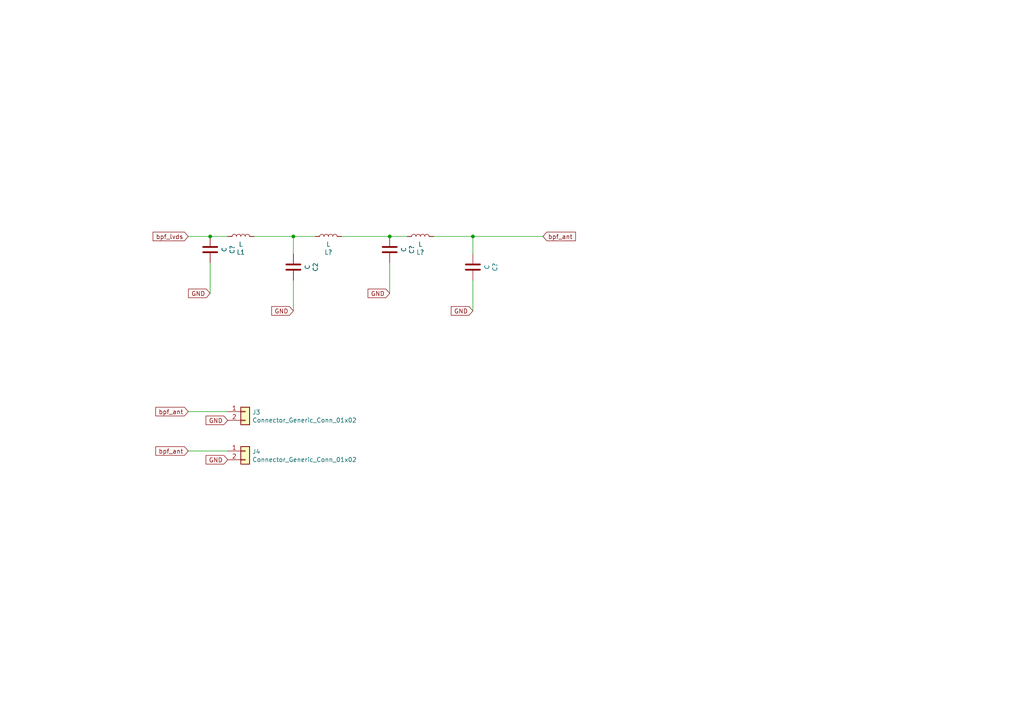
<source format=kicad_sch>
(kicad_sch (version 20211123) (generator eeschema)
  (paper "A4")
  (lib_symbols
    (symbol "Device:C" (pin_numbers hide) (pin_names (offset 0.254))
      (property "Reference" "C" (at 0.635 2.54 0))
      (property "Value" "C" (at 0.635 -2.54 0))
      (symbol "C_0_1"
        (polyline (pts (xy -2.032 -0.762) (xy 2.032 -0.762)) (stroke (width 0.508)))
        (polyline (pts (xy -2.032 0.762) (xy 2.032 0.762)) (stroke (width 0.508)))
      )
      (symbol "C_1_1"
        (pin passive line (at 0 3.81 270) (length 2.794) (name "~") (number "1"))
        (pin passive line (at 0 -3.81 90) (length 2.794) (name "~") (number "2"))
      )
    )
    (symbol "Device:L" (pin_numbers hide) (pin_names (offset 1.016) hide)
      (property "Reference" "L" (at -1.27 0 90))
      (property "Value" "L" (at 1.905 0 90))
      (symbol "L_0_1"
        (arc (start 0 -2.54) (mid 0.635 -1.905) (end 0 -1.27))
        (arc (start 0 -1.27) (mid 0.635 -0.635) (end 0 0))
        (arc (start 0 0) (mid 0.635 0.635) (end 0 1.27))
        (arc (start 0 1.27) (mid 0.635 1.905) (end 0 2.54))
      )
      (symbol "L_1_1"
        (pin passive line (at 0 3.81 270) (length 1.27) (name "1") (number "1"))
        (pin passive line (at 0 -3.81 90) (length 1.27) (name "2") (number "2"))
      )
    )
    (symbol "bgt:Connector_Generic_Conn_01x02" (pin_names (offset 1.016) hide)
      (property "Reference" "J" (at 0 2.54 0))
      (property "Value" "bgt_Connector_Generic_Conn_01x02" (at 0 -5.08 0))
      (symbol "Connector_Generic_Conn_01x02_1_1"
        (rectangle (start -1.27 -2.413) (end 0 -2.667) (stroke (width 0.1524)))
        (rectangle (start -1.27 0.127) (end 0 -0.127) (stroke (width 0.1524)))
        (rectangle (start -1.27 1.27) (end 1.27 -3.81) (stroke (width 0.254)) (fill (type background)))
        (pin passive line (at -5.08 0 0) (length 3.81) (name "Pin_1") (number "1"))
        (pin passive line (at -5.08 -2.54 0) (length 3.81) (name "Pin_2") (number "2"))
      )
    )
  )
  (junction (at 85.09 68.58))
  (junction (at 137.16 68.58))
  (junction (at 113.03 68.58))
  (junction (at 60.96 68.58))
  (wire (pts (xy 54.61 119.38) (xy 66.04 119.38)))
  (wire (pts (xy 85.09 68.58) (xy 85.09 73.66)))
  (wire (pts (xy 60.96 68.58) (xy 54.61 68.58)))
  (wire (pts (xy 73.66 68.58) (xy 85.09 68.58)))
  (wire (pts (xy 118.11 68.58) (xy 113.03 68.58)))
  (wire (pts (xy 85.09 68.58) (xy 91.44 68.58)))
  (wire (pts (xy 137.16 81.28) (xy 137.16 90.17)))
  (wire (pts (xy 85.09 81.28) (xy 85.09 90.17)))
  (wire (pts (xy 54.61 130.81) (xy 66.04 130.81)))
  (wire (pts (xy 113.03 76.2) (xy 113.03 85.09)))
  (wire (pts (xy 99.06 68.58) (xy 113.03 68.58)))
  (wire (pts (xy 66.04 68.58) (xy 60.96 68.58)))
  (wire (pts (xy 60.96 76.2) (xy 60.96 85.09)))
  (wire (pts (xy 137.16 68.58) (xy 157.48 68.58)))
  (wire (pts (xy 125.73 68.58) (xy 137.16 68.58)))
  (wire (pts (xy 137.16 68.58) (xy 137.16 73.66)))
  (global_label "GND" (shape input) (at 66.04 121.92 180) (property "Intersheet References" "${INTERSHEET_REFS}" (effects hide)))
  (global_label "GND" (shape input) (at 66.04 133.35 180) (property "Intersheet References" "${INTERSHEET_REFS}" (effects hide)))
  (global_label "bpf_lvds" (shape input) (at 54.61 68.58 180) (property "Intersheet References" "${INTERSHEET_REFS}" (effects hide)))
  (global_label "GND" (shape input) (at 113.03 85.09 180) (property "Intersheet References" "${INTERSHEET_REFS}" (effects hide)))
  (global_label "bpf_ant" (shape input) (at 157.48 68.58 0) (property "Intersheet References" "${INTERSHEET_REFS}" (effects hide)))
  (global_label "GND" (shape input) (at 60.96 85.09 180) (property "Intersheet References" "${INTERSHEET_REFS}" (effects hide)))
  (global_label "bpf_ant" (shape input) (at 54.61 130.81 180) (property "Intersheet References" "${INTERSHEET_REFS}" (effects hide)))
  (global_label "bpf_ant" (shape input) (at 54.61 119.38 180) (property "Intersheet References" "${INTERSHEET_REFS}" (effects hide)))
  (global_label "GND" (shape input) (at 137.16 90.17 180) (property "Intersheet References" "${INTERSHEET_REFS}" (effects hide)))
  (global_label "GND" (shape input) (at 85.09 90.17 180) (property "Intersheet References" "${INTERSHEET_REFS}" (effects hide)))
  (symbol (lib_id "Device:C") (at 60.96 72.39 180) (unit 1)
    (property "Reference" "C?" (at 67.3608 72.39 90))
    (property "Value" "C" (at 65.0494 72.39 90))
    (property "Footprint" "Capacitor_SMD:C_1206_3216Metric" (effects hide))
  )
  (symbol (lib_id "Device:L") (at 95.25 68.58 90) (unit 1)
    (property "Reference" "L?" (at 95.25 73.1774 90))
    (property "Value" "L" (at 95.25 70.866 90))
    (property "Footprint" "Inductor_SMD:L_1206_3216Metric" (effects hide))
  )
  (symbol (lib_id "Device:C") (at 85.09 77.47 180) (unit 1)
    (property "Reference" "C2" (at 91.4908 77.47 90))
    (property "Value" "C" (at 89.1794 77.47 90))
    (property "Footprint" "Capacitor_SMD:C_1206_3216Metric" (effects hide))
  )
  (symbol (lib_id "bgt:Connector_Generic_Conn_01x02") (at 71.12 130.81 0) (unit 1)
    (property "Reference" "J4" (at 73.152 131.0132 0) (effects (justify left)))
    (property "Value" "Connector_Generic_Conn_01x02" (at 73.152 133.3246 0) (effects (justify left)))
    (property "Footprint" "Connector_PinHeader_2.54mm:PinHeader_1x02_P2.54mm_Vertical" (effects hide))
  )
  (symbol (lib_id "Device:L") (at 69.85 68.58 90) (unit 1)
    (property "Reference" "L1" (at 69.85 73.1774 90))
    (property "Value" "L" (at 69.85 70.866 90))
    (property "Footprint" "Inductor_SMD:L_1206_3216Metric" (effects hide))
  )
  (symbol (lib_id "bgt:Connector_Generic_Conn_01x02") (at 71.12 119.38 0) (unit 1)
    (property "Reference" "J3" (at 73.152 119.5832 0) (effects (justify left)))
    (property "Value" "Connector_Generic_Conn_01x02" (at 73.152 121.8946 0) (effects (justify left)))
    (property "Footprint" "Connector_PinHeader_2.54mm:PinHeader_1x02_P2.54mm_Vertical" (effects hide))
  )
  (symbol (lib_id "Device:C") (at 113.03 72.39 180) (unit 1)
    (property "Reference" "C?" (at 119.4308 72.39 90))
    (property "Value" "C" (at 117.1194 72.39 90))
    (property "Footprint" "Capacitor_SMD:C_1206_3216Metric" (effects hide))
  )
  (symbol (lib_id "Device:L") (at 121.92 68.58 90) (unit 1)
    (property "Reference" "L?" (at 121.92 73.1774 90))
    (property "Value" "L" (at 121.92 70.866 90))
    (property "Footprint" "Inductor_SMD:L_1206_3216Metric" (effects hide))
  )
  (symbol (lib_id "Device:C") (at 137.16 77.47 180) (unit 1)
    (property "Reference" "C?" (at 143.5608 77.47 90))
    (property "Value" "C" (at 141.2494 77.47 90))
    (property "Footprint" "Capacitor_SMD:C_1206_3216Metric" (effects hide))
  )
)
</source>
